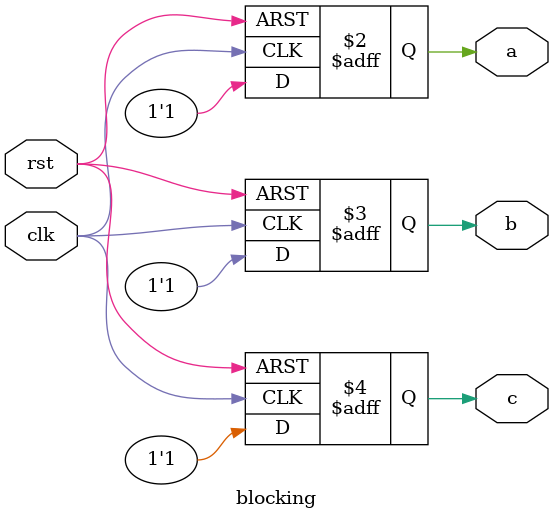
<source format=v>
module blocking(input clk,
                input rst,
                output reg a,b,c);
  always@(posedge clk or posedge rst)begin
    if (rst)begin
      a=0; 
      b=0;
      c=0;
    end
      else begin 
        a=1;
        b=a;
        c=b;
      end 
  end
    endmodule

</source>
